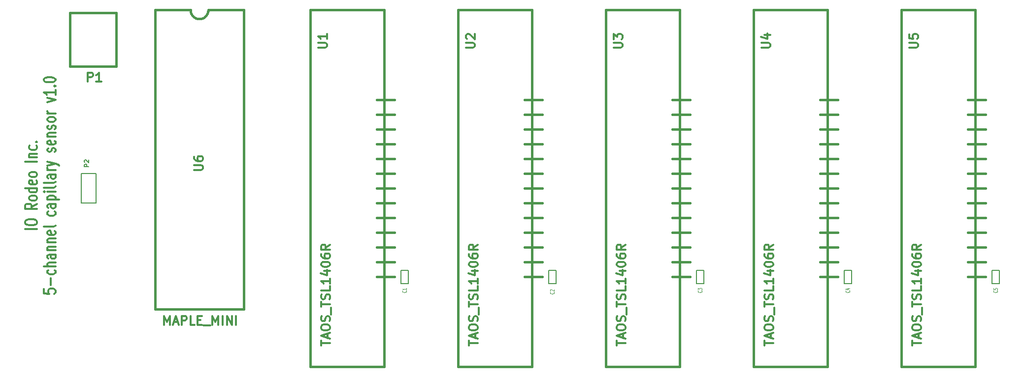
<source format=gto>
G04 (created by PCBNEW-RS274X (2011-07-19)-testing) date Fri 17 Feb 2012 12:28:35 PM PST*
G01*
G70*
G90*
%MOIN*%
G04 Gerber Fmt 3.4, Leading zero omitted, Abs format*
%FSLAX34Y34*%
G04 APERTURE LIST*
%ADD10C,0.006000*%
%ADD11C,0.012000*%
%ADD12C,0.015000*%
%ADD13C,0.005000*%
%ADD14C,0.004500*%
G04 APERTURE END LIST*
G54D10*
G54D11*
X26524Y-43157D02*
X25724Y-43157D01*
X25724Y-42757D02*
X25724Y-42643D01*
X25762Y-42585D01*
X25838Y-42528D01*
X25990Y-42500D01*
X26257Y-42500D01*
X26410Y-42528D01*
X26486Y-42585D01*
X26524Y-42643D01*
X26524Y-42757D01*
X26486Y-42814D01*
X26410Y-42871D01*
X26257Y-42900D01*
X25990Y-42900D01*
X25838Y-42871D01*
X25762Y-42814D01*
X25724Y-42757D01*
X26524Y-41442D02*
X26143Y-41642D01*
X26524Y-41785D02*
X25724Y-41785D01*
X25724Y-41557D01*
X25762Y-41499D01*
X25800Y-41471D01*
X25876Y-41442D01*
X25990Y-41442D01*
X26067Y-41471D01*
X26105Y-41499D01*
X26143Y-41557D01*
X26143Y-41785D01*
X26524Y-41099D02*
X26486Y-41157D01*
X26448Y-41185D01*
X26371Y-41214D01*
X26143Y-41214D01*
X26067Y-41185D01*
X26029Y-41157D01*
X25990Y-41099D01*
X25990Y-41014D01*
X26029Y-40957D01*
X26067Y-40928D01*
X26143Y-40899D01*
X26371Y-40899D01*
X26448Y-40928D01*
X26486Y-40957D01*
X26524Y-41014D01*
X26524Y-41099D01*
X26524Y-40385D02*
X25724Y-40385D01*
X26486Y-40385D02*
X26524Y-40442D01*
X26524Y-40556D01*
X26486Y-40614D01*
X26448Y-40642D01*
X26371Y-40671D01*
X26143Y-40671D01*
X26067Y-40642D01*
X26029Y-40614D01*
X25990Y-40556D01*
X25990Y-40442D01*
X26029Y-40385D01*
X26486Y-39871D02*
X26524Y-39928D01*
X26524Y-40042D01*
X26486Y-40099D01*
X26410Y-40128D01*
X26105Y-40128D01*
X26029Y-40099D01*
X25990Y-40042D01*
X25990Y-39928D01*
X26029Y-39871D01*
X26105Y-39842D01*
X26181Y-39842D01*
X26257Y-40128D01*
X26524Y-39499D02*
X26486Y-39557D01*
X26448Y-39585D01*
X26371Y-39614D01*
X26143Y-39614D01*
X26067Y-39585D01*
X26029Y-39557D01*
X25990Y-39499D01*
X25990Y-39414D01*
X26029Y-39357D01*
X26067Y-39328D01*
X26143Y-39299D01*
X26371Y-39299D01*
X26448Y-39328D01*
X26486Y-39357D01*
X26524Y-39414D01*
X26524Y-39499D01*
X26524Y-38585D02*
X25724Y-38585D01*
X25990Y-38299D02*
X26524Y-38299D01*
X26067Y-38299D02*
X26029Y-38271D01*
X25990Y-38213D01*
X25990Y-38128D01*
X26029Y-38071D01*
X26105Y-38042D01*
X26524Y-38042D01*
X26486Y-37499D02*
X26524Y-37556D01*
X26524Y-37670D01*
X26486Y-37728D01*
X26448Y-37756D01*
X26371Y-37785D01*
X26143Y-37785D01*
X26067Y-37756D01*
X26029Y-37728D01*
X25990Y-37670D01*
X25990Y-37556D01*
X26029Y-37499D01*
X26448Y-37242D02*
X26486Y-37214D01*
X26524Y-37242D01*
X26486Y-37271D01*
X26448Y-37242D01*
X26524Y-37242D01*
X26964Y-47227D02*
X26964Y-47513D01*
X27345Y-47542D01*
X27307Y-47513D01*
X27269Y-47456D01*
X27269Y-47313D01*
X27307Y-47256D01*
X27345Y-47227D01*
X27421Y-47199D01*
X27611Y-47199D01*
X27688Y-47227D01*
X27726Y-47256D01*
X27764Y-47313D01*
X27764Y-47456D01*
X27726Y-47513D01*
X27688Y-47542D01*
X27459Y-46942D02*
X27459Y-46485D01*
X27726Y-45942D02*
X27764Y-45999D01*
X27764Y-46113D01*
X27726Y-46171D01*
X27688Y-46199D01*
X27611Y-46228D01*
X27383Y-46228D01*
X27307Y-46199D01*
X27269Y-46171D01*
X27230Y-46113D01*
X27230Y-45999D01*
X27269Y-45942D01*
X27764Y-45685D02*
X26964Y-45685D01*
X27764Y-45428D02*
X27345Y-45428D01*
X27269Y-45457D01*
X27230Y-45514D01*
X27230Y-45599D01*
X27269Y-45657D01*
X27307Y-45685D01*
X27764Y-44885D02*
X27345Y-44885D01*
X27269Y-44914D01*
X27230Y-44971D01*
X27230Y-45085D01*
X27269Y-45142D01*
X27726Y-44885D02*
X27764Y-44942D01*
X27764Y-45085D01*
X27726Y-45142D01*
X27650Y-45171D01*
X27573Y-45171D01*
X27497Y-45142D01*
X27459Y-45085D01*
X27459Y-44942D01*
X27421Y-44885D01*
X27230Y-44599D02*
X27764Y-44599D01*
X27307Y-44599D02*
X27269Y-44571D01*
X27230Y-44513D01*
X27230Y-44428D01*
X27269Y-44371D01*
X27345Y-44342D01*
X27764Y-44342D01*
X27230Y-44056D02*
X27764Y-44056D01*
X27307Y-44056D02*
X27269Y-44028D01*
X27230Y-43970D01*
X27230Y-43885D01*
X27269Y-43828D01*
X27345Y-43799D01*
X27764Y-43799D01*
X27726Y-43285D02*
X27764Y-43342D01*
X27764Y-43456D01*
X27726Y-43513D01*
X27650Y-43542D01*
X27345Y-43542D01*
X27269Y-43513D01*
X27230Y-43456D01*
X27230Y-43342D01*
X27269Y-43285D01*
X27345Y-43256D01*
X27421Y-43256D01*
X27497Y-43542D01*
X27764Y-42913D02*
X27726Y-42971D01*
X27650Y-42999D01*
X26964Y-42999D01*
X27726Y-41971D02*
X27764Y-42028D01*
X27764Y-42142D01*
X27726Y-42200D01*
X27688Y-42228D01*
X27611Y-42257D01*
X27383Y-42257D01*
X27307Y-42228D01*
X27269Y-42200D01*
X27230Y-42142D01*
X27230Y-42028D01*
X27269Y-41971D01*
X27764Y-41457D02*
X27345Y-41457D01*
X27269Y-41486D01*
X27230Y-41543D01*
X27230Y-41657D01*
X27269Y-41714D01*
X27726Y-41457D02*
X27764Y-41514D01*
X27764Y-41657D01*
X27726Y-41714D01*
X27650Y-41743D01*
X27573Y-41743D01*
X27497Y-41714D01*
X27459Y-41657D01*
X27459Y-41514D01*
X27421Y-41457D01*
X27230Y-41171D02*
X28030Y-41171D01*
X27269Y-41171D02*
X27230Y-41114D01*
X27230Y-41000D01*
X27269Y-40943D01*
X27307Y-40914D01*
X27383Y-40885D01*
X27611Y-40885D01*
X27688Y-40914D01*
X27726Y-40943D01*
X27764Y-41000D01*
X27764Y-41114D01*
X27726Y-41171D01*
X27764Y-40628D02*
X27230Y-40628D01*
X26964Y-40628D02*
X27002Y-40657D01*
X27040Y-40628D01*
X27002Y-40600D01*
X26964Y-40628D01*
X27040Y-40628D01*
X27764Y-40256D02*
X27726Y-40314D01*
X27650Y-40342D01*
X26964Y-40342D01*
X27764Y-39942D02*
X27726Y-40000D01*
X27650Y-40028D01*
X26964Y-40028D01*
X27764Y-39457D02*
X27345Y-39457D01*
X27269Y-39486D01*
X27230Y-39543D01*
X27230Y-39657D01*
X27269Y-39714D01*
X27726Y-39457D02*
X27764Y-39514D01*
X27764Y-39657D01*
X27726Y-39714D01*
X27650Y-39743D01*
X27573Y-39743D01*
X27497Y-39714D01*
X27459Y-39657D01*
X27459Y-39514D01*
X27421Y-39457D01*
X27764Y-39171D02*
X27230Y-39171D01*
X27383Y-39171D02*
X27307Y-39143D01*
X27269Y-39114D01*
X27230Y-39057D01*
X27230Y-39000D01*
X27230Y-38857D02*
X27764Y-38714D01*
X27230Y-38572D02*
X27764Y-38714D01*
X27954Y-38772D01*
X27992Y-38800D01*
X28030Y-38857D01*
X27726Y-37915D02*
X27764Y-37858D01*
X27764Y-37743D01*
X27726Y-37686D01*
X27650Y-37658D01*
X27611Y-37658D01*
X27535Y-37686D01*
X27497Y-37743D01*
X27497Y-37829D01*
X27459Y-37886D01*
X27383Y-37915D01*
X27345Y-37915D01*
X27269Y-37886D01*
X27230Y-37829D01*
X27230Y-37743D01*
X27269Y-37686D01*
X27726Y-37172D02*
X27764Y-37229D01*
X27764Y-37343D01*
X27726Y-37400D01*
X27650Y-37429D01*
X27345Y-37429D01*
X27269Y-37400D01*
X27230Y-37343D01*
X27230Y-37229D01*
X27269Y-37172D01*
X27345Y-37143D01*
X27421Y-37143D01*
X27497Y-37429D01*
X27230Y-36886D02*
X27764Y-36886D01*
X27307Y-36886D02*
X27269Y-36858D01*
X27230Y-36800D01*
X27230Y-36715D01*
X27269Y-36658D01*
X27345Y-36629D01*
X27764Y-36629D01*
X27726Y-36372D02*
X27764Y-36315D01*
X27764Y-36200D01*
X27726Y-36143D01*
X27650Y-36115D01*
X27611Y-36115D01*
X27535Y-36143D01*
X27497Y-36200D01*
X27497Y-36286D01*
X27459Y-36343D01*
X27383Y-36372D01*
X27345Y-36372D01*
X27269Y-36343D01*
X27230Y-36286D01*
X27230Y-36200D01*
X27269Y-36143D01*
X27764Y-35771D02*
X27726Y-35829D01*
X27688Y-35857D01*
X27611Y-35886D01*
X27383Y-35886D01*
X27307Y-35857D01*
X27269Y-35829D01*
X27230Y-35771D01*
X27230Y-35686D01*
X27269Y-35629D01*
X27307Y-35600D01*
X27383Y-35571D01*
X27611Y-35571D01*
X27688Y-35600D01*
X27726Y-35629D01*
X27764Y-35686D01*
X27764Y-35771D01*
X27764Y-35314D02*
X27230Y-35314D01*
X27383Y-35314D02*
X27307Y-35286D01*
X27269Y-35257D01*
X27230Y-35200D01*
X27230Y-35143D01*
X27230Y-34543D02*
X27764Y-34400D01*
X27230Y-34258D01*
X27764Y-33715D02*
X27764Y-34058D01*
X27764Y-33886D02*
X26964Y-33886D01*
X27078Y-33943D01*
X27154Y-34001D01*
X27192Y-34058D01*
X27688Y-33458D02*
X27726Y-33430D01*
X27764Y-33458D01*
X27726Y-33487D01*
X27688Y-33458D01*
X27764Y-33458D01*
X26964Y-33058D02*
X26964Y-33001D01*
X27002Y-32944D01*
X27040Y-32915D01*
X27116Y-32886D01*
X27269Y-32858D01*
X27459Y-32858D01*
X27611Y-32886D01*
X27688Y-32915D01*
X27726Y-32944D01*
X27764Y-33001D01*
X27764Y-33058D01*
X27726Y-33115D01*
X27688Y-33144D01*
X27611Y-33172D01*
X27459Y-33201D01*
X27269Y-33201D01*
X27116Y-33172D01*
X27040Y-33144D01*
X27002Y-33115D01*
X26964Y-33058D01*
G54D12*
X89500Y-46404D02*
X90700Y-46404D01*
X89500Y-45404D02*
X90700Y-45404D01*
X89500Y-44404D02*
X90700Y-44404D01*
X89500Y-43404D02*
X90700Y-43404D01*
X89500Y-42404D02*
X90700Y-42404D01*
X89500Y-41404D02*
X90700Y-41404D01*
X89500Y-40404D02*
X90700Y-40404D01*
X89500Y-39404D02*
X90700Y-39404D01*
X89500Y-38404D02*
X90700Y-38404D01*
X89500Y-37404D02*
X90700Y-37404D01*
X89500Y-36404D02*
X90700Y-36404D01*
X89500Y-35404D02*
X90700Y-35404D01*
X89500Y-34404D02*
X90700Y-34404D01*
X85000Y-52504D02*
X90000Y-52504D01*
X85000Y-28304D02*
X85000Y-52504D01*
X90000Y-52504D02*
X90000Y-28304D01*
X87500Y-28304D02*
X85000Y-28304D01*
X87500Y-28304D02*
X90000Y-28304D01*
X79500Y-46404D02*
X80700Y-46404D01*
X79500Y-45404D02*
X80700Y-45404D01*
X79500Y-44404D02*
X80700Y-44404D01*
X79500Y-43404D02*
X80700Y-43404D01*
X79500Y-42404D02*
X80700Y-42404D01*
X79500Y-41404D02*
X80700Y-41404D01*
X79500Y-40404D02*
X80700Y-40404D01*
X79500Y-39404D02*
X80700Y-39404D01*
X79500Y-38404D02*
X80700Y-38404D01*
X79500Y-37404D02*
X80700Y-37404D01*
X79500Y-36404D02*
X80700Y-36404D01*
X79500Y-35404D02*
X80700Y-35404D01*
X79500Y-34404D02*
X80700Y-34404D01*
X75000Y-52504D02*
X80000Y-52504D01*
X75000Y-28304D02*
X75000Y-52504D01*
X80000Y-52504D02*
X80000Y-28304D01*
X77500Y-28304D02*
X75000Y-28304D01*
X77500Y-28304D02*
X80000Y-28304D01*
X69500Y-46404D02*
X70700Y-46404D01*
X69500Y-45404D02*
X70700Y-45404D01*
X69500Y-44404D02*
X70700Y-44404D01*
X69500Y-43404D02*
X70700Y-43404D01*
X69500Y-42404D02*
X70700Y-42404D01*
X69500Y-41404D02*
X70700Y-41404D01*
X69500Y-40404D02*
X70700Y-40404D01*
X69500Y-39404D02*
X70700Y-39404D01*
X69500Y-38404D02*
X70700Y-38404D01*
X69500Y-37404D02*
X70700Y-37404D01*
X69500Y-36404D02*
X70700Y-36404D01*
X69500Y-35404D02*
X70700Y-35404D01*
X69500Y-34404D02*
X70700Y-34404D01*
X65000Y-52504D02*
X70000Y-52504D01*
X65000Y-28304D02*
X65000Y-52504D01*
X70000Y-52504D02*
X70000Y-28304D01*
X67500Y-28304D02*
X65000Y-28304D01*
X67500Y-28304D02*
X70000Y-28304D01*
X59500Y-46404D02*
X60700Y-46404D01*
X59500Y-45404D02*
X60700Y-45404D01*
X59500Y-44404D02*
X60700Y-44404D01*
X59500Y-43404D02*
X60700Y-43404D01*
X59500Y-42404D02*
X60700Y-42404D01*
X59500Y-41404D02*
X60700Y-41404D01*
X59500Y-40404D02*
X60700Y-40404D01*
X59500Y-39404D02*
X60700Y-39404D01*
X59500Y-38404D02*
X60700Y-38404D01*
X59500Y-37404D02*
X60700Y-37404D01*
X59500Y-36404D02*
X60700Y-36404D01*
X59500Y-35404D02*
X60700Y-35404D01*
X59500Y-34404D02*
X60700Y-34404D01*
X55000Y-52504D02*
X60000Y-52504D01*
X55000Y-28304D02*
X55000Y-52504D01*
X60000Y-52504D02*
X60000Y-28304D01*
X57500Y-28304D02*
X55000Y-28304D01*
X57500Y-28304D02*
X60000Y-28304D01*
X49500Y-46404D02*
X50700Y-46404D01*
X49500Y-45404D02*
X50700Y-45404D01*
X49500Y-44404D02*
X50700Y-44404D01*
X49500Y-43404D02*
X50700Y-43404D01*
X49500Y-42404D02*
X50700Y-42404D01*
X49500Y-41404D02*
X50700Y-41404D01*
X49500Y-40404D02*
X50700Y-40404D01*
X49500Y-39404D02*
X50700Y-39404D01*
X49500Y-38404D02*
X50700Y-38404D01*
X49500Y-37404D02*
X50700Y-37404D01*
X49500Y-36404D02*
X50700Y-36404D01*
X49500Y-35404D02*
X50700Y-35404D01*
X49500Y-34404D02*
X50700Y-34404D01*
X45000Y-52504D02*
X50000Y-52504D01*
X45000Y-28304D02*
X45000Y-52504D01*
X50000Y-52504D02*
X50000Y-28304D01*
X47500Y-28304D02*
X45000Y-28304D01*
X47500Y-28304D02*
X50000Y-28304D01*
X28740Y-28504D02*
X31890Y-28504D01*
X31890Y-28504D02*
X31890Y-32126D01*
X31890Y-32126D02*
X28740Y-32126D01*
X28740Y-32126D02*
X28740Y-28504D01*
G54D13*
X51150Y-46850D02*
X51150Y-45950D01*
X51150Y-45950D02*
X51650Y-45950D01*
X51650Y-45950D02*
X51650Y-46850D01*
X51650Y-46850D02*
X51150Y-46850D01*
X61150Y-46850D02*
X61150Y-45950D01*
X61150Y-45950D02*
X61650Y-45950D01*
X61650Y-45950D02*
X61650Y-46850D01*
X61650Y-46850D02*
X61150Y-46850D01*
X71150Y-46850D02*
X71150Y-45950D01*
X71150Y-45950D02*
X71650Y-45950D01*
X71650Y-45950D02*
X71650Y-46850D01*
X71650Y-46850D02*
X71150Y-46850D01*
X81150Y-46850D02*
X81150Y-45950D01*
X81150Y-45950D02*
X81650Y-45950D01*
X81650Y-45950D02*
X81650Y-46850D01*
X81650Y-46850D02*
X81150Y-46850D01*
X91150Y-46850D02*
X91150Y-45950D01*
X91150Y-45950D02*
X91650Y-45950D01*
X91650Y-45950D02*
X91650Y-46850D01*
X91650Y-46850D02*
X91150Y-46850D01*
G54D10*
X30500Y-41400D02*
X29500Y-41400D01*
X29500Y-41400D02*
X29500Y-39400D01*
X29500Y-39400D02*
X30500Y-39400D01*
X30500Y-39400D02*
X30500Y-41400D01*
G54D12*
X35000Y-48600D02*
X34500Y-48600D01*
X40000Y-48600D02*
X40500Y-48600D01*
X35050Y-28300D02*
X34500Y-28300D01*
X40000Y-28300D02*
X40500Y-28300D01*
X36900Y-28300D02*
X36903Y-28352D01*
X36910Y-28404D01*
X36921Y-28455D01*
X36937Y-28505D01*
X36957Y-28553D01*
X36981Y-28599D01*
X37009Y-28644D01*
X37041Y-28685D01*
X37076Y-28724D01*
X37115Y-28759D01*
X37156Y-28791D01*
X37201Y-28819D01*
X37247Y-28843D01*
X37295Y-28863D01*
X37345Y-28879D01*
X37396Y-28890D01*
X37448Y-28897D01*
X37500Y-28900D01*
X37500Y-28900D02*
X37552Y-28897D01*
X37604Y-28890D01*
X37655Y-28879D01*
X37705Y-28863D01*
X37753Y-28843D01*
X37800Y-28819D01*
X37844Y-28791D01*
X37885Y-28759D01*
X37924Y-28724D01*
X37959Y-28685D01*
X37991Y-28644D01*
X38019Y-28599D01*
X38043Y-28553D01*
X38063Y-28505D01*
X38079Y-28455D01*
X38090Y-28404D01*
X38097Y-28352D01*
X38100Y-28300D01*
X35000Y-28300D02*
X36900Y-28300D01*
X40000Y-28300D02*
X38100Y-28300D01*
X34500Y-28350D02*
X34500Y-48600D01*
X35000Y-48600D02*
X40000Y-48600D01*
X40500Y-48600D02*
X40500Y-28350D01*
G54D11*
X85543Y-30861D02*
X86029Y-30861D01*
X86086Y-30833D01*
X86114Y-30804D01*
X86143Y-30747D01*
X86143Y-30633D01*
X86114Y-30575D01*
X86086Y-30547D01*
X86029Y-30518D01*
X85543Y-30518D01*
X85543Y-29946D02*
X85543Y-30232D01*
X85829Y-30261D01*
X85800Y-30232D01*
X85771Y-30175D01*
X85771Y-30032D01*
X85800Y-29975D01*
X85829Y-29946D01*
X85886Y-29918D01*
X86029Y-29918D01*
X86086Y-29946D01*
X86114Y-29975D01*
X86143Y-30032D01*
X86143Y-30175D01*
X86114Y-30232D01*
X86086Y-30261D01*
X85743Y-51060D02*
X85743Y-50717D01*
X86343Y-50888D02*
X85743Y-50888D01*
X86171Y-50546D02*
X86171Y-50260D01*
X86343Y-50603D02*
X85743Y-50403D01*
X86343Y-50203D01*
X85743Y-49889D02*
X85743Y-49775D01*
X85771Y-49717D01*
X85829Y-49660D01*
X85943Y-49632D01*
X86143Y-49632D01*
X86257Y-49660D01*
X86314Y-49717D01*
X86343Y-49775D01*
X86343Y-49889D01*
X86314Y-49946D01*
X86257Y-50003D01*
X86143Y-50032D01*
X85943Y-50032D01*
X85829Y-50003D01*
X85771Y-49946D01*
X85743Y-49889D01*
X86314Y-49403D02*
X86343Y-49317D01*
X86343Y-49174D01*
X86314Y-49117D01*
X86286Y-49088D01*
X86229Y-49060D01*
X86171Y-49060D01*
X86114Y-49088D01*
X86086Y-49117D01*
X86057Y-49174D01*
X86029Y-49288D01*
X86000Y-49346D01*
X85971Y-49374D01*
X85914Y-49403D01*
X85857Y-49403D01*
X85800Y-49374D01*
X85771Y-49346D01*
X85743Y-49288D01*
X85743Y-49146D01*
X85771Y-49060D01*
X86400Y-48946D02*
X86400Y-48489D01*
X85743Y-48432D02*
X85743Y-48089D01*
X86343Y-48260D02*
X85743Y-48260D01*
X86314Y-47918D02*
X86343Y-47832D01*
X86343Y-47689D01*
X86314Y-47632D01*
X86286Y-47603D01*
X86229Y-47575D01*
X86171Y-47575D01*
X86114Y-47603D01*
X86086Y-47632D01*
X86057Y-47689D01*
X86029Y-47803D01*
X86000Y-47861D01*
X85971Y-47889D01*
X85914Y-47918D01*
X85857Y-47918D01*
X85800Y-47889D01*
X85771Y-47861D01*
X85743Y-47803D01*
X85743Y-47661D01*
X85771Y-47575D01*
X86343Y-47032D02*
X86343Y-47318D01*
X85743Y-47318D01*
X86343Y-46518D02*
X86343Y-46861D01*
X86343Y-46689D02*
X85743Y-46689D01*
X85829Y-46746D01*
X85886Y-46804D01*
X85914Y-46861D01*
X85943Y-46004D02*
X86343Y-46004D01*
X85714Y-46147D02*
X86143Y-46290D01*
X86143Y-45918D01*
X85743Y-45576D02*
X85743Y-45519D01*
X85771Y-45462D01*
X85800Y-45433D01*
X85857Y-45404D01*
X85971Y-45376D01*
X86114Y-45376D01*
X86229Y-45404D01*
X86286Y-45433D01*
X86314Y-45462D01*
X86343Y-45519D01*
X86343Y-45576D01*
X86314Y-45633D01*
X86286Y-45662D01*
X86229Y-45690D01*
X86114Y-45719D01*
X85971Y-45719D01*
X85857Y-45690D01*
X85800Y-45662D01*
X85771Y-45633D01*
X85743Y-45576D01*
X85743Y-44862D02*
X85743Y-44976D01*
X85771Y-45033D01*
X85800Y-45062D01*
X85886Y-45119D01*
X86000Y-45148D01*
X86229Y-45148D01*
X86286Y-45119D01*
X86314Y-45091D01*
X86343Y-45033D01*
X86343Y-44919D01*
X86314Y-44862D01*
X86286Y-44833D01*
X86229Y-44805D01*
X86086Y-44805D01*
X86029Y-44833D01*
X86000Y-44862D01*
X85971Y-44919D01*
X85971Y-45033D01*
X86000Y-45091D01*
X86029Y-45119D01*
X86086Y-45148D01*
X86343Y-44205D02*
X86057Y-44405D01*
X86343Y-44548D02*
X85743Y-44548D01*
X85743Y-44320D01*
X85771Y-44262D01*
X85800Y-44234D01*
X85857Y-44205D01*
X85943Y-44205D01*
X86000Y-44234D01*
X86029Y-44262D01*
X86057Y-44320D01*
X86057Y-44548D01*
X75543Y-30861D02*
X76029Y-30861D01*
X76086Y-30833D01*
X76114Y-30804D01*
X76143Y-30747D01*
X76143Y-30633D01*
X76114Y-30575D01*
X76086Y-30547D01*
X76029Y-30518D01*
X75543Y-30518D01*
X75743Y-29975D02*
X76143Y-29975D01*
X75514Y-30118D02*
X75943Y-30261D01*
X75943Y-29889D01*
X75743Y-51060D02*
X75743Y-50717D01*
X76343Y-50888D02*
X75743Y-50888D01*
X76171Y-50546D02*
X76171Y-50260D01*
X76343Y-50603D02*
X75743Y-50403D01*
X76343Y-50203D01*
X75743Y-49889D02*
X75743Y-49775D01*
X75771Y-49717D01*
X75829Y-49660D01*
X75943Y-49632D01*
X76143Y-49632D01*
X76257Y-49660D01*
X76314Y-49717D01*
X76343Y-49775D01*
X76343Y-49889D01*
X76314Y-49946D01*
X76257Y-50003D01*
X76143Y-50032D01*
X75943Y-50032D01*
X75829Y-50003D01*
X75771Y-49946D01*
X75743Y-49889D01*
X76314Y-49403D02*
X76343Y-49317D01*
X76343Y-49174D01*
X76314Y-49117D01*
X76286Y-49088D01*
X76229Y-49060D01*
X76171Y-49060D01*
X76114Y-49088D01*
X76086Y-49117D01*
X76057Y-49174D01*
X76029Y-49288D01*
X76000Y-49346D01*
X75971Y-49374D01*
X75914Y-49403D01*
X75857Y-49403D01*
X75800Y-49374D01*
X75771Y-49346D01*
X75743Y-49288D01*
X75743Y-49146D01*
X75771Y-49060D01*
X76400Y-48946D02*
X76400Y-48489D01*
X75743Y-48432D02*
X75743Y-48089D01*
X76343Y-48260D02*
X75743Y-48260D01*
X76314Y-47918D02*
X76343Y-47832D01*
X76343Y-47689D01*
X76314Y-47632D01*
X76286Y-47603D01*
X76229Y-47575D01*
X76171Y-47575D01*
X76114Y-47603D01*
X76086Y-47632D01*
X76057Y-47689D01*
X76029Y-47803D01*
X76000Y-47861D01*
X75971Y-47889D01*
X75914Y-47918D01*
X75857Y-47918D01*
X75800Y-47889D01*
X75771Y-47861D01*
X75743Y-47803D01*
X75743Y-47661D01*
X75771Y-47575D01*
X76343Y-47032D02*
X76343Y-47318D01*
X75743Y-47318D01*
X76343Y-46518D02*
X76343Y-46861D01*
X76343Y-46689D02*
X75743Y-46689D01*
X75829Y-46746D01*
X75886Y-46804D01*
X75914Y-46861D01*
X75943Y-46004D02*
X76343Y-46004D01*
X75714Y-46147D02*
X76143Y-46290D01*
X76143Y-45918D01*
X75743Y-45576D02*
X75743Y-45519D01*
X75771Y-45462D01*
X75800Y-45433D01*
X75857Y-45404D01*
X75971Y-45376D01*
X76114Y-45376D01*
X76229Y-45404D01*
X76286Y-45433D01*
X76314Y-45462D01*
X76343Y-45519D01*
X76343Y-45576D01*
X76314Y-45633D01*
X76286Y-45662D01*
X76229Y-45690D01*
X76114Y-45719D01*
X75971Y-45719D01*
X75857Y-45690D01*
X75800Y-45662D01*
X75771Y-45633D01*
X75743Y-45576D01*
X75743Y-44862D02*
X75743Y-44976D01*
X75771Y-45033D01*
X75800Y-45062D01*
X75886Y-45119D01*
X76000Y-45148D01*
X76229Y-45148D01*
X76286Y-45119D01*
X76314Y-45091D01*
X76343Y-45033D01*
X76343Y-44919D01*
X76314Y-44862D01*
X76286Y-44833D01*
X76229Y-44805D01*
X76086Y-44805D01*
X76029Y-44833D01*
X76000Y-44862D01*
X75971Y-44919D01*
X75971Y-45033D01*
X76000Y-45091D01*
X76029Y-45119D01*
X76086Y-45148D01*
X76343Y-44205D02*
X76057Y-44405D01*
X76343Y-44548D02*
X75743Y-44548D01*
X75743Y-44320D01*
X75771Y-44262D01*
X75800Y-44234D01*
X75857Y-44205D01*
X75943Y-44205D01*
X76000Y-44234D01*
X76029Y-44262D01*
X76057Y-44320D01*
X76057Y-44548D01*
X65543Y-30861D02*
X66029Y-30861D01*
X66086Y-30833D01*
X66114Y-30804D01*
X66143Y-30747D01*
X66143Y-30633D01*
X66114Y-30575D01*
X66086Y-30547D01*
X66029Y-30518D01*
X65543Y-30518D01*
X65543Y-30289D02*
X65543Y-29918D01*
X65771Y-30118D01*
X65771Y-30032D01*
X65800Y-29975D01*
X65829Y-29946D01*
X65886Y-29918D01*
X66029Y-29918D01*
X66086Y-29946D01*
X66114Y-29975D01*
X66143Y-30032D01*
X66143Y-30204D01*
X66114Y-30261D01*
X66086Y-30289D01*
X65743Y-51060D02*
X65743Y-50717D01*
X66343Y-50888D02*
X65743Y-50888D01*
X66171Y-50546D02*
X66171Y-50260D01*
X66343Y-50603D02*
X65743Y-50403D01*
X66343Y-50203D01*
X65743Y-49889D02*
X65743Y-49775D01*
X65771Y-49717D01*
X65829Y-49660D01*
X65943Y-49632D01*
X66143Y-49632D01*
X66257Y-49660D01*
X66314Y-49717D01*
X66343Y-49775D01*
X66343Y-49889D01*
X66314Y-49946D01*
X66257Y-50003D01*
X66143Y-50032D01*
X65943Y-50032D01*
X65829Y-50003D01*
X65771Y-49946D01*
X65743Y-49889D01*
X66314Y-49403D02*
X66343Y-49317D01*
X66343Y-49174D01*
X66314Y-49117D01*
X66286Y-49088D01*
X66229Y-49060D01*
X66171Y-49060D01*
X66114Y-49088D01*
X66086Y-49117D01*
X66057Y-49174D01*
X66029Y-49288D01*
X66000Y-49346D01*
X65971Y-49374D01*
X65914Y-49403D01*
X65857Y-49403D01*
X65800Y-49374D01*
X65771Y-49346D01*
X65743Y-49288D01*
X65743Y-49146D01*
X65771Y-49060D01*
X66400Y-48946D02*
X66400Y-48489D01*
X65743Y-48432D02*
X65743Y-48089D01*
X66343Y-48260D02*
X65743Y-48260D01*
X66314Y-47918D02*
X66343Y-47832D01*
X66343Y-47689D01*
X66314Y-47632D01*
X66286Y-47603D01*
X66229Y-47575D01*
X66171Y-47575D01*
X66114Y-47603D01*
X66086Y-47632D01*
X66057Y-47689D01*
X66029Y-47803D01*
X66000Y-47861D01*
X65971Y-47889D01*
X65914Y-47918D01*
X65857Y-47918D01*
X65800Y-47889D01*
X65771Y-47861D01*
X65743Y-47803D01*
X65743Y-47661D01*
X65771Y-47575D01*
X66343Y-47032D02*
X66343Y-47318D01*
X65743Y-47318D01*
X66343Y-46518D02*
X66343Y-46861D01*
X66343Y-46689D02*
X65743Y-46689D01*
X65829Y-46746D01*
X65886Y-46804D01*
X65914Y-46861D01*
X65943Y-46004D02*
X66343Y-46004D01*
X65714Y-46147D02*
X66143Y-46290D01*
X66143Y-45918D01*
X65743Y-45576D02*
X65743Y-45519D01*
X65771Y-45462D01*
X65800Y-45433D01*
X65857Y-45404D01*
X65971Y-45376D01*
X66114Y-45376D01*
X66229Y-45404D01*
X66286Y-45433D01*
X66314Y-45462D01*
X66343Y-45519D01*
X66343Y-45576D01*
X66314Y-45633D01*
X66286Y-45662D01*
X66229Y-45690D01*
X66114Y-45719D01*
X65971Y-45719D01*
X65857Y-45690D01*
X65800Y-45662D01*
X65771Y-45633D01*
X65743Y-45576D01*
X65743Y-44862D02*
X65743Y-44976D01*
X65771Y-45033D01*
X65800Y-45062D01*
X65886Y-45119D01*
X66000Y-45148D01*
X66229Y-45148D01*
X66286Y-45119D01*
X66314Y-45091D01*
X66343Y-45033D01*
X66343Y-44919D01*
X66314Y-44862D01*
X66286Y-44833D01*
X66229Y-44805D01*
X66086Y-44805D01*
X66029Y-44833D01*
X66000Y-44862D01*
X65971Y-44919D01*
X65971Y-45033D01*
X66000Y-45091D01*
X66029Y-45119D01*
X66086Y-45148D01*
X66343Y-44205D02*
X66057Y-44405D01*
X66343Y-44548D02*
X65743Y-44548D01*
X65743Y-44320D01*
X65771Y-44262D01*
X65800Y-44234D01*
X65857Y-44205D01*
X65943Y-44205D01*
X66000Y-44234D01*
X66029Y-44262D01*
X66057Y-44320D01*
X66057Y-44548D01*
X55543Y-30861D02*
X56029Y-30861D01*
X56086Y-30833D01*
X56114Y-30804D01*
X56143Y-30747D01*
X56143Y-30633D01*
X56114Y-30575D01*
X56086Y-30547D01*
X56029Y-30518D01*
X55543Y-30518D01*
X55600Y-30261D02*
X55571Y-30232D01*
X55543Y-30175D01*
X55543Y-30032D01*
X55571Y-29975D01*
X55600Y-29946D01*
X55657Y-29918D01*
X55714Y-29918D01*
X55800Y-29946D01*
X56143Y-30289D01*
X56143Y-29918D01*
X55743Y-51060D02*
X55743Y-50717D01*
X56343Y-50888D02*
X55743Y-50888D01*
X56171Y-50546D02*
X56171Y-50260D01*
X56343Y-50603D02*
X55743Y-50403D01*
X56343Y-50203D01*
X55743Y-49889D02*
X55743Y-49775D01*
X55771Y-49717D01*
X55829Y-49660D01*
X55943Y-49632D01*
X56143Y-49632D01*
X56257Y-49660D01*
X56314Y-49717D01*
X56343Y-49775D01*
X56343Y-49889D01*
X56314Y-49946D01*
X56257Y-50003D01*
X56143Y-50032D01*
X55943Y-50032D01*
X55829Y-50003D01*
X55771Y-49946D01*
X55743Y-49889D01*
X56314Y-49403D02*
X56343Y-49317D01*
X56343Y-49174D01*
X56314Y-49117D01*
X56286Y-49088D01*
X56229Y-49060D01*
X56171Y-49060D01*
X56114Y-49088D01*
X56086Y-49117D01*
X56057Y-49174D01*
X56029Y-49288D01*
X56000Y-49346D01*
X55971Y-49374D01*
X55914Y-49403D01*
X55857Y-49403D01*
X55800Y-49374D01*
X55771Y-49346D01*
X55743Y-49288D01*
X55743Y-49146D01*
X55771Y-49060D01*
X56400Y-48946D02*
X56400Y-48489D01*
X55743Y-48432D02*
X55743Y-48089D01*
X56343Y-48260D02*
X55743Y-48260D01*
X56314Y-47918D02*
X56343Y-47832D01*
X56343Y-47689D01*
X56314Y-47632D01*
X56286Y-47603D01*
X56229Y-47575D01*
X56171Y-47575D01*
X56114Y-47603D01*
X56086Y-47632D01*
X56057Y-47689D01*
X56029Y-47803D01*
X56000Y-47861D01*
X55971Y-47889D01*
X55914Y-47918D01*
X55857Y-47918D01*
X55800Y-47889D01*
X55771Y-47861D01*
X55743Y-47803D01*
X55743Y-47661D01*
X55771Y-47575D01*
X56343Y-47032D02*
X56343Y-47318D01*
X55743Y-47318D01*
X56343Y-46518D02*
X56343Y-46861D01*
X56343Y-46689D02*
X55743Y-46689D01*
X55829Y-46746D01*
X55886Y-46804D01*
X55914Y-46861D01*
X55943Y-46004D02*
X56343Y-46004D01*
X55714Y-46147D02*
X56143Y-46290D01*
X56143Y-45918D01*
X55743Y-45576D02*
X55743Y-45519D01*
X55771Y-45462D01*
X55800Y-45433D01*
X55857Y-45404D01*
X55971Y-45376D01*
X56114Y-45376D01*
X56229Y-45404D01*
X56286Y-45433D01*
X56314Y-45462D01*
X56343Y-45519D01*
X56343Y-45576D01*
X56314Y-45633D01*
X56286Y-45662D01*
X56229Y-45690D01*
X56114Y-45719D01*
X55971Y-45719D01*
X55857Y-45690D01*
X55800Y-45662D01*
X55771Y-45633D01*
X55743Y-45576D01*
X55743Y-44862D02*
X55743Y-44976D01*
X55771Y-45033D01*
X55800Y-45062D01*
X55886Y-45119D01*
X56000Y-45148D01*
X56229Y-45148D01*
X56286Y-45119D01*
X56314Y-45091D01*
X56343Y-45033D01*
X56343Y-44919D01*
X56314Y-44862D01*
X56286Y-44833D01*
X56229Y-44805D01*
X56086Y-44805D01*
X56029Y-44833D01*
X56000Y-44862D01*
X55971Y-44919D01*
X55971Y-45033D01*
X56000Y-45091D01*
X56029Y-45119D01*
X56086Y-45148D01*
X56343Y-44205D02*
X56057Y-44405D01*
X56343Y-44548D02*
X55743Y-44548D01*
X55743Y-44320D01*
X55771Y-44262D01*
X55800Y-44234D01*
X55857Y-44205D01*
X55943Y-44205D01*
X56000Y-44234D01*
X56029Y-44262D01*
X56057Y-44320D01*
X56057Y-44548D01*
X45543Y-30861D02*
X46029Y-30861D01*
X46086Y-30833D01*
X46114Y-30804D01*
X46143Y-30747D01*
X46143Y-30633D01*
X46114Y-30575D01*
X46086Y-30547D01*
X46029Y-30518D01*
X45543Y-30518D01*
X46143Y-29918D02*
X46143Y-30261D01*
X46143Y-30089D02*
X45543Y-30089D01*
X45629Y-30146D01*
X45686Y-30204D01*
X45714Y-30261D01*
X45743Y-51060D02*
X45743Y-50717D01*
X46343Y-50888D02*
X45743Y-50888D01*
X46171Y-50546D02*
X46171Y-50260D01*
X46343Y-50603D02*
X45743Y-50403D01*
X46343Y-50203D01*
X45743Y-49889D02*
X45743Y-49775D01*
X45771Y-49717D01*
X45829Y-49660D01*
X45943Y-49632D01*
X46143Y-49632D01*
X46257Y-49660D01*
X46314Y-49717D01*
X46343Y-49775D01*
X46343Y-49889D01*
X46314Y-49946D01*
X46257Y-50003D01*
X46143Y-50032D01*
X45943Y-50032D01*
X45829Y-50003D01*
X45771Y-49946D01*
X45743Y-49889D01*
X46314Y-49403D02*
X46343Y-49317D01*
X46343Y-49174D01*
X46314Y-49117D01*
X46286Y-49088D01*
X46229Y-49060D01*
X46171Y-49060D01*
X46114Y-49088D01*
X46086Y-49117D01*
X46057Y-49174D01*
X46029Y-49288D01*
X46000Y-49346D01*
X45971Y-49374D01*
X45914Y-49403D01*
X45857Y-49403D01*
X45800Y-49374D01*
X45771Y-49346D01*
X45743Y-49288D01*
X45743Y-49146D01*
X45771Y-49060D01*
X46400Y-48946D02*
X46400Y-48489D01*
X45743Y-48432D02*
X45743Y-48089D01*
X46343Y-48260D02*
X45743Y-48260D01*
X46314Y-47918D02*
X46343Y-47832D01*
X46343Y-47689D01*
X46314Y-47632D01*
X46286Y-47603D01*
X46229Y-47575D01*
X46171Y-47575D01*
X46114Y-47603D01*
X46086Y-47632D01*
X46057Y-47689D01*
X46029Y-47803D01*
X46000Y-47861D01*
X45971Y-47889D01*
X45914Y-47918D01*
X45857Y-47918D01*
X45800Y-47889D01*
X45771Y-47861D01*
X45743Y-47803D01*
X45743Y-47661D01*
X45771Y-47575D01*
X46343Y-47032D02*
X46343Y-47318D01*
X45743Y-47318D01*
X46343Y-46518D02*
X46343Y-46861D01*
X46343Y-46689D02*
X45743Y-46689D01*
X45829Y-46746D01*
X45886Y-46804D01*
X45914Y-46861D01*
X45943Y-46004D02*
X46343Y-46004D01*
X45714Y-46147D02*
X46143Y-46290D01*
X46143Y-45918D01*
X45743Y-45576D02*
X45743Y-45519D01*
X45771Y-45462D01*
X45800Y-45433D01*
X45857Y-45404D01*
X45971Y-45376D01*
X46114Y-45376D01*
X46229Y-45404D01*
X46286Y-45433D01*
X46314Y-45462D01*
X46343Y-45519D01*
X46343Y-45576D01*
X46314Y-45633D01*
X46286Y-45662D01*
X46229Y-45690D01*
X46114Y-45719D01*
X45971Y-45719D01*
X45857Y-45690D01*
X45800Y-45662D01*
X45771Y-45633D01*
X45743Y-45576D01*
X45743Y-44862D02*
X45743Y-44976D01*
X45771Y-45033D01*
X45800Y-45062D01*
X45886Y-45119D01*
X46000Y-45148D01*
X46229Y-45148D01*
X46286Y-45119D01*
X46314Y-45091D01*
X46343Y-45033D01*
X46343Y-44919D01*
X46314Y-44862D01*
X46286Y-44833D01*
X46229Y-44805D01*
X46086Y-44805D01*
X46029Y-44833D01*
X46000Y-44862D01*
X45971Y-44919D01*
X45971Y-45033D01*
X46000Y-45091D01*
X46029Y-45119D01*
X46086Y-45148D01*
X46343Y-44205D02*
X46057Y-44405D01*
X46343Y-44548D02*
X45743Y-44548D01*
X45743Y-44320D01*
X45771Y-44262D01*
X45800Y-44234D01*
X45857Y-44205D01*
X45943Y-44205D01*
X46000Y-44234D01*
X46029Y-44262D01*
X46057Y-44320D01*
X46057Y-44548D01*
X29958Y-33143D02*
X29958Y-32543D01*
X30186Y-32543D01*
X30244Y-32571D01*
X30272Y-32600D01*
X30301Y-32657D01*
X30301Y-32743D01*
X30272Y-32800D01*
X30244Y-32829D01*
X30186Y-32857D01*
X29958Y-32857D01*
X30872Y-33143D02*
X30529Y-33143D01*
X30701Y-33143D02*
X30701Y-32543D01*
X30644Y-32629D01*
X30586Y-32686D01*
X30529Y-32714D01*
G54D14*
X51487Y-47329D02*
X51500Y-47338D01*
X51513Y-47364D01*
X51513Y-47381D01*
X51500Y-47406D01*
X51473Y-47424D01*
X51447Y-47432D01*
X51393Y-47441D01*
X51353Y-47441D01*
X51300Y-47432D01*
X51273Y-47424D01*
X51247Y-47406D01*
X51233Y-47381D01*
X51233Y-47364D01*
X51247Y-47338D01*
X51260Y-47329D01*
X51513Y-47158D02*
X51513Y-47261D01*
X51513Y-47209D02*
X51233Y-47209D01*
X51273Y-47226D01*
X51300Y-47244D01*
X51313Y-47261D01*
X61487Y-47429D02*
X61500Y-47438D01*
X61513Y-47464D01*
X61513Y-47481D01*
X61500Y-47506D01*
X61473Y-47524D01*
X61447Y-47532D01*
X61393Y-47541D01*
X61353Y-47541D01*
X61300Y-47532D01*
X61273Y-47524D01*
X61247Y-47506D01*
X61233Y-47481D01*
X61233Y-47464D01*
X61247Y-47438D01*
X61260Y-47429D01*
X61260Y-47361D02*
X61247Y-47352D01*
X61233Y-47335D01*
X61233Y-47292D01*
X61247Y-47275D01*
X61260Y-47266D01*
X61287Y-47258D01*
X61313Y-47258D01*
X61353Y-47266D01*
X61513Y-47369D01*
X61513Y-47258D01*
X71487Y-47329D02*
X71500Y-47338D01*
X71513Y-47364D01*
X71513Y-47381D01*
X71500Y-47406D01*
X71473Y-47424D01*
X71447Y-47432D01*
X71393Y-47441D01*
X71353Y-47441D01*
X71300Y-47432D01*
X71273Y-47424D01*
X71247Y-47406D01*
X71233Y-47381D01*
X71233Y-47364D01*
X71247Y-47338D01*
X71260Y-47329D01*
X71233Y-47269D02*
X71233Y-47158D01*
X71340Y-47218D01*
X71340Y-47192D01*
X71353Y-47175D01*
X71367Y-47166D01*
X71393Y-47158D01*
X71460Y-47158D01*
X71487Y-47166D01*
X71500Y-47175D01*
X71513Y-47192D01*
X71513Y-47244D01*
X71500Y-47261D01*
X71487Y-47269D01*
X81487Y-47329D02*
X81500Y-47338D01*
X81513Y-47364D01*
X81513Y-47381D01*
X81500Y-47406D01*
X81473Y-47424D01*
X81447Y-47432D01*
X81393Y-47441D01*
X81353Y-47441D01*
X81300Y-47432D01*
X81273Y-47424D01*
X81247Y-47406D01*
X81233Y-47381D01*
X81233Y-47364D01*
X81247Y-47338D01*
X81260Y-47329D01*
X81327Y-47175D02*
X81513Y-47175D01*
X81220Y-47218D02*
X81420Y-47261D01*
X81420Y-47149D01*
X91487Y-47329D02*
X91500Y-47338D01*
X91513Y-47364D01*
X91513Y-47381D01*
X91500Y-47406D01*
X91473Y-47424D01*
X91447Y-47432D01*
X91393Y-47441D01*
X91353Y-47441D01*
X91300Y-47432D01*
X91273Y-47424D01*
X91247Y-47406D01*
X91233Y-47381D01*
X91233Y-47364D01*
X91247Y-47338D01*
X91260Y-47329D01*
X91233Y-47166D02*
X91233Y-47252D01*
X91367Y-47261D01*
X91353Y-47252D01*
X91340Y-47235D01*
X91340Y-47192D01*
X91353Y-47175D01*
X91367Y-47166D01*
X91393Y-47158D01*
X91460Y-47158D01*
X91487Y-47166D01*
X91500Y-47175D01*
X91513Y-47192D01*
X91513Y-47235D01*
X91500Y-47252D01*
X91487Y-47261D01*
G54D10*
X30021Y-38922D02*
X29721Y-38922D01*
X29721Y-38807D01*
X29736Y-38779D01*
X29750Y-38764D01*
X29779Y-38750D01*
X29821Y-38750D01*
X29850Y-38764D01*
X29864Y-38779D01*
X29879Y-38807D01*
X29879Y-38922D01*
X29750Y-38636D02*
X29736Y-38622D01*
X29721Y-38593D01*
X29721Y-38522D01*
X29736Y-38493D01*
X29750Y-38479D01*
X29779Y-38464D01*
X29807Y-38464D01*
X29850Y-38479D01*
X30021Y-38650D01*
X30021Y-38464D01*
G54D11*
X37143Y-39153D02*
X37629Y-39153D01*
X37686Y-39125D01*
X37714Y-39096D01*
X37743Y-39039D01*
X37743Y-38925D01*
X37714Y-38867D01*
X37686Y-38839D01*
X37629Y-38810D01*
X37143Y-38810D01*
X37143Y-38267D02*
X37143Y-38381D01*
X37171Y-38438D01*
X37200Y-38467D01*
X37286Y-38524D01*
X37400Y-38553D01*
X37629Y-38553D01*
X37686Y-38524D01*
X37714Y-38496D01*
X37743Y-38438D01*
X37743Y-38324D01*
X37714Y-38267D01*
X37686Y-38238D01*
X37629Y-38210D01*
X37486Y-38210D01*
X37429Y-38238D01*
X37400Y-38267D01*
X37371Y-38324D01*
X37371Y-38438D01*
X37400Y-38496D01*
X37429Y-38524D01*
X37486Y-38553D01*
X35107Y-49643D02*
X35107Y-49043D01*
X35307Y-49471D01*
X35507Y-49043D01*
X35507Y-49643D01*
X35764Y-49471D02*
X36050Y-49471D01*
X35707Y-49643D02*
X35907Y-49043D01*
X36107Y-49643D01*
X36307Y-49643D02*
X36307Y-49043D01*
X36535Y-49043D01*
X36593Y-49071D01*
X36621Y-49100D01*
X36650Y-49157D01*
X36650Y-49243D01*
X36621Y-49300D01*
X36593Y-49329D01*
X36535Y-49357D01*
X36307Y-49357D01*
X37193Y-49643D02*
X36907Y-49643D01*
X36907Y-49043D01*
X37393Y-49329D02*
X37593Y-49329D01*
X37679Y-49643D02*
X37393Y-49643D01*
X37393Y-49043D01*
X37679Y-49043D01*
X37793Y-49700D02*
X38250Y-49700D01*
X38393Y-49643D02*
X38393Y-49043D01*
X38593Y-49471D01*
X38793Y-49043D01*
X38793Y-49643D01*
X39079Y-49643D02*
X39079Y-49043D01*
X39365Y-49643D02*
X39365Y-49043D01*
X39708Y-49643D01*
X39708Y-49043D01*
X39994Y-49643D02*
X39994Y-49043D01*
M02*

</source>
